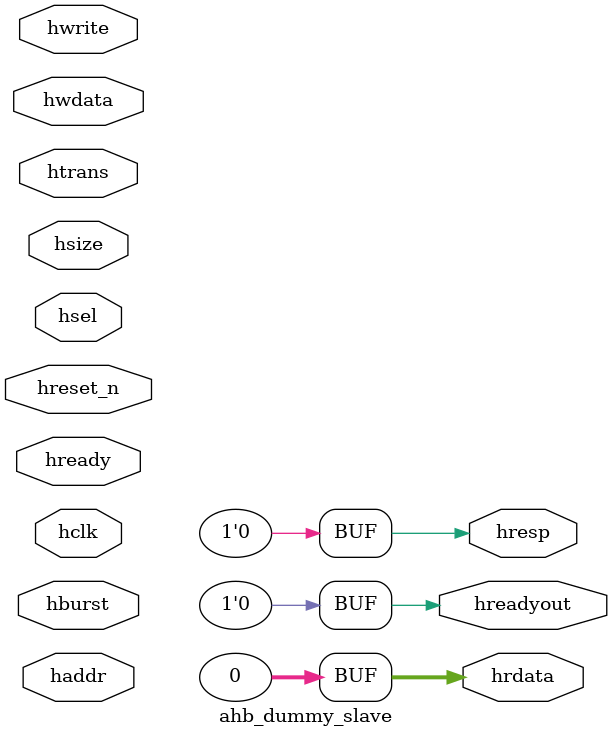
<source format=v>
module ahb_dummy_slave
                      #(
                          parameter        aw = 12,
                          parameter        dw = 32
                       )
                       (  input             hsel,
                          input  [1:0]      htrans,
                          input             hwrite,
                          input  [aw-1:0]   haddr,
                          input  [2:0]      hsize,
                          input  [2:0]      hburst,
                          input  [dw-1:0]   hwdata,
                          output [dw-1:0]   hrdata,
                          output            hresp,
                          output            hreadyout,
                          input             hready,
                          input             hclk,
                          input             hreset_n //async reset, low valid
                         );

// assign default values to the output signals
assign hrdata = 0;
assign hresp = 0;
assign hreadyout = 0;

 endmodule

</source>
